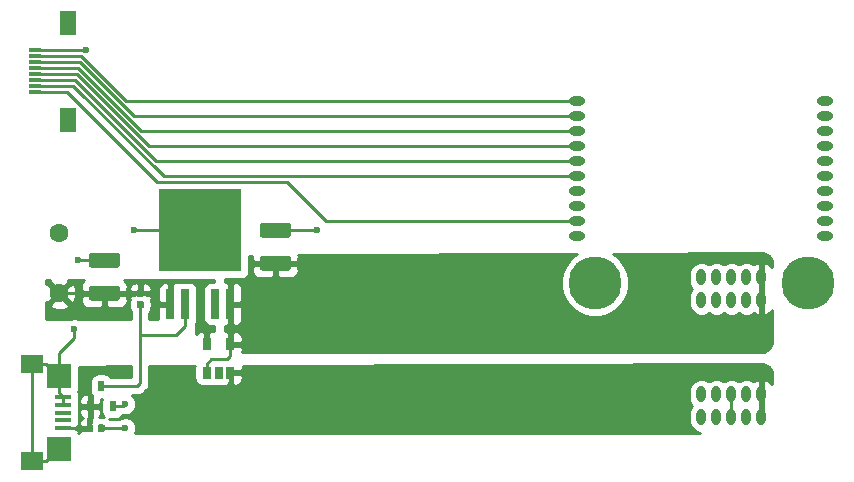
<source format=gbr>
G04 #@! TF.GenerationSoftware,KiCad,Pcbnew,(5.1.4)-1*
G04 #@! TF.CreationDate,2019-11-18T11:48:03+09:00*
G04 #@! TF.ProjectId,signaltowr_hikarikensyutu,7369676e-616c-4746-9f77-725f68696b61,rev?*
G04 #@! TF.SameCoordinates,Original*
G04 #@! TF.FileFunction,Copper,L1,Top*
G04 #@! TF.FilePolarity,Positive*
%FSLAX46Y46*%
G04 Gerber Fmt 4.6, Leading zero omitted, Abs format (unit mm)*
G04 Created by KiCad (PCBNEW (5.1.4)-1) date 2019-11-18 11:48:03*
%MOMM*%
%LPD*%
G04 APERTURE LIST*
%ADD10R,7.000000X7.000000*%
%ADD11R,0.760000X2.500000*%
%ADD12R,0.600000X0.900000*%
%ADD13R,1.350000X0.400000*%
%ADD14R,1.900000X1.600000*%
%ADD15R,2.000000X2.100000*%
%ADD16C,4.500000*%
%ADD17O,0.800000X1.400000*%
%ADD18O,1.400000X0.800000*%
%ADD19R,0.800000X1.000000*%
%ADD20R,0.700000X1.000000*%
%ADD21C,0.100000*%
%ADD22C,0.590000*%
%ADD23R,1.050000X0.350000*%
%ADD24R,1.350000X2.000000*%
%ADD25C,1.600000*%
%ADD26C,1.250000*%
%ADD27C,0.600000*%
%ADD28C,0.250000*%
%ADD29C,0.254000*%
G04 APERTURE END LIST*
D10*
X107188000Y-77470000D03*
D11*
X105918000Y-83720000D03*
X104648000Y-83720000D03*
X109728000Y-83720000D03*
X108458000Y-83720000D03*
D12*
X98806000Y-90678000D03*
X99756000Y-92378000D03*
X97856000Y-92378000D03*
D13*
X95575000Y-92262000D03*
X95575000Y-92912000D03*
X95575000Y-93562000D03*
X95575000Y-91612000D03*
D14*
X92900000Y-97012000D03*
D15*
X95250000Y-96012000D03*
D14*
X92900000Y-88812000D03*
D13*
X95575000Y-94212000D03*
D15*
X95250000Y-89812000D03*
D16*
X140606000Y-81923000D03*
X158606000Y-81923000D03*
D17*
X149606000Y-81463000D03*
X150876000Y-81463000D03*
X152146000Y-81463000D03*
X153416000Y-81463000D03*
X154686000Y-81463000D03*
X149606000Y-83383000D03*
X150876000Y-83383000D03*
X152146000Y-83383000D03*
X153416000Y-83383000D03*
X154686000Y-83383000D03*
D18*
X160091000Y-77978000D03*
X160091000Y-76708000D03*
X160091000Y-75438000D03*
X160091000Y-74168000D03*
X160091000Y-72898000D03*
X160091000Y-71628000D03*
X160091000Y-70358000D03*
X160091000Y-69088000D03*
X139121000Y-77978000D03*
X139121000Y-76708000D03*
X139121000Y-75438000D03*
X139121000Y-74168000D03*
X139121000Y-72898000D03*
X139121000Y-71628000D03*
X139121000Y-70358000D03*
X139121000Y-69088000D03*
X139121000Y-67818000D03*
X139121000Y-66548000D03*
X160091000Y-67818000D03*
X160091000Y-66548000D03*
D19*
X107728000Y-87122000D03*
X109728000Y-87122000D03*
X109728000Y-89522000D03*
X107728000Y-89522000D03*
D20*
X108728000Y-89522000D03*
D21*
G36*
X102294958Y-83479710D02*
G01*
X102309276Y-83481834D01*
X102323317Y-83485351D01*
X102336946Y-83490228D01*
X102350031Y-83496417D01*
X102362447Y-83503858D01*
X102374073Y-83512481D01*
X102384798Y-83522202D01*
X102394519Y-83532927D01*
X102403142Y-83544553D01*
X102410583Y-83556969D01*
X102416772Y-83570054D01*
X102421649Y-83583683D01*
X102425166Y-83597724D01*
X102427290Y-83612042D01*
X102428000Y-83626500D01*
X102428000Y-83921500D01*
X102427290Y-83935958D01*
X102425166Y-83950276D01*
X102421649Y-83964317D01*
X102416772Y-83977946D01*
X102410583Y-83991031D01*
X102403142Y-84003447D01*
X102394519Y-84015073D01*
X102384798Y-84025798D01*
X102374073Y-84035519D01*
X102362447Y-84044142D01*
X102350031Y-84051583D01*
X102336946Y-84057772D01*
X102323317Y-84062649D01*
X102309276Y-84066166D01*
X102294958Y-84068290D01*
X102280500Y-84069000D01*
X101935500Y-84069000D01*
X101921042Y-84068290D01*
X101906724Y-84066166D01*
X101892683Y-84062649D01*
X101879054Y-84057772D01*
X101865969Y-84051583D01*
X101853553Y-84044142D01*
X101841927Y-84035519D01*
X101831202Y-84025798D01*
X101821481Y-84015073D01*
X101812858Y-84003447D01*
X101805417Y-83991031D01*
X101799228Y-83977946D01*
X101794351Y-83964317D01*
X101790834Y-83950276D01*
X101788710Y-83935958D01*
X101788000Y-83921500D01*
X101788000Y-83626500D01*
X101788710Y-83612042D01*
X101790834Y-83597724D01*
X101794351Y-83583683D01*
X101799228Y-83570054D01*
X101805417Y-83556969D01*
X101812858Y-83544553D01*
X101821481Y-83532927D01*
X101831202Y-83522202D01*
X101841927Y-83512481D01*
X101853553Y-83503858D01*
X101865969Y-83496417D01*
X101879054Y-83490228D01*
X101892683Y-83485351D01*
X101906724Y-83481834D01*
X101921042Y-83479710D01*
X101935500Y-83479000D01*
X102280500Y-83479000D01*
X102294958Y-83479710D01*
X102294958Y-83479710D01*
G37*
D22*
X102108000Y-83774000D03*
D21*
G36*
X102294958Y-82509710D02*
G01*
X102309276Y-82511834D01*
X102323317Y-82515351D01*
X102336946Y-82520228D01*
X102350031Y-82526417D01*
X102362447Y-82533858D01*
X102374073Y-82542481D01*
X102384798Y-82552202D01*
X102394519Y-82562927D01*
X102403142Y-82574553D01*
X102410583Y-82586969D01*
X102416772Y-82600054D01*
X102421649Y-82613683D01*
X102425166Y-82627724D01*
X102427290Y-82642042D01*
X102428000Y-82656500D01*
X102428000Y-82951500D01*
X102427290Y-82965958D01*
X102425166Y-82980276D01*
X102421649Y-82994317D01*
X102416772Y-83007946D01*
X102410583Y-83021031D01*
X102403142Y-83033447D01*
X102394519Y-83045073D01*
X102384798Y-83055798D01*
X102374073Y-83065519D01*
X102362447Y-83074142D01*
X102350031Y-83081583D01*
X102336946Y-83087772D01*
X102323317Y-83092649D01*
X102309276Y-83096166D01*
X102294958Y-83098290D01*
X102280500Y-83099000D01*
X101935500Y-83099000D01*
X101921042Y-83098290D01*
X101906724Y-83096166D01*
X101892683Y-83092649D01*
X101879054Y-83087772D01*
X101865969Y-83081583D01*
X101853553Y-83074142D01*
X101841927Y-83065519D01*
X101831202Y-83055798D01*
X101821481Y-83045073D01*
X101812858Y-83033447D01*
X101805417Y-83021031D01*
X101799228Y-83007946D01*
X101794351Y-82994317D01*
X101790834Y-82980276D01*
X101788710Y-82965958D01*
X101788000Y-82951500D01*
X101788000Y-82656500D01*
X101788710Y-82642042D01*
X101790834Y-82627724D01*
X101794351Y-82613683D01*
X101799228Y-82600054D01*
X101805417Y-82586969D01*
X101812858Y-82574553D01*
X101821481Y-82562927D01*
X101831202Y-82552202D01*
X101841927Y-82542481D01*
X101853553Y-82533858D01*
X101865969Y-82526417D01*
X101879054Y-82520228D01*
X101892683Y-82515351D01*
X101906724Y-82511834D01*
X101921042Y-82509710D01*
X101935500Y-82509000D01*
X102280500Y-82509000D01*
X102294958Y-82509710D01*
X102294958Y-82509710D01*
G37*
D22*
X102108000Y-82804000D03*
D21*
G36*
X98967958Y-93914710D02*
G01*
X98982276Y-93916834D01*
X98996317Y-93920351D01*
X99009946Y-93925228D01*
X99023031Y-93931417D01*
X99035447Y-93938858D01*
X99047073Y-93947481D01*
X99057798Y-93957202D01*
X99067519Y-93967927D01*
X99076142Y-93979553D01*
X99083583Y-93991969D01*
X99089772Y-94005054D01*
X99094649Y-94018683D01*
X99098166Y-94032724D01*
X99100290Y-94047042D01*
X99101000Y-94061500D01*
X99101000Y-94406500D01*
X99100290Y-94420958D01*
X99098166Y-94435276D01*
X99094649Y-94449317D01*
X99089772Y-94462946D01*
X99083583Y-94476031D01*
X99076142Y-94488447D01*
X99067519Y-94500073D01*
X99057798Y-94510798D01*
X99047073Y-94520519D01*
X99035447Y-94529142D01*
X99023031Y-94536583D01*
X99009946Y-94542772D01*
X98996317Y-94547649D01*
X98982276Y-94551166D01*
X98967958Y-94553290D01*
X98953500Y-94554000D01*
X98658500Y-94554000D01*
X98644042Y-94553290D01*
X98629724Y-94551166D01*
X98615683Y-94547649D01*
X98602054Y-94542772D01*
X98588969Y-94536583D01*
X98576553Y-94529142D01*
X98564927Y-94520519D01*
X98554202Y-94510798D01*
X98544481Y-94500073D01*
X98535858Y-94488447D01*
X98528417Y-94476031D01*
X98522228Y-94462946D01*
X98517351Y-94449317D01*
X98513834Y-94435276D01*
X98511710Y-94420958D01*
X98511000Y-94406500D01*
X98511000Y-94061500D01*
X98511710Y-94047042D01*
X98513834Y-94032724D01*
X98517351Y-94018683D01*
X98522228Y-94005054D01*
X98528417Y-93991969D01*
X98535858Y-93979553D01*
X98544481Y-93967927D01*
X98554202Y-93957202D01*
X98564927Y-93947481D01*
X98576553Y-93938858D01*
X98588969Y-93931417D01*
X98602054Y-93925228D01*
X98615683Y-93920351D01*
X98629724Y-93916834D01*
X98644042Y-93914710D01*
X98658500Y-93914000D01*
X98953500Y-93914000D01*
X98967958Y-93914710D01*
X98967958Y-93914710D01*
G37*
D22*
X98806000Y-94234000D03*
D21*
G36*
X97997958Y-93914710D02*
G01*
X98012276Y-93916834D01*
X98026317Y-93920351D01*
X98039946Y-93925228D01*
X98053031Y-93931417D01*
X98065447Y-93938858D01*
X98077073Y-93947481D01*
X98087798Y-93957202D01*
X98097519Y-93967927D01*
X98106142Y-93979553D01*
X98113583Y-93991969D01*
X98119772Y-94005054D01*
X98124649Y-94018683D01*
X98128166Y-94032724D01*
X98130290Y-94047042D01*
X98131000Y-94061500D01*
X98131000Y-94406500D01*
X98130290Y-94420958D01*
X98128166Y-94435276D01*
X98124649Y-94449317D01*
X98119772Y-94462946D01*
X98113583Y-94476031D01*
X98106142Y-94488447D01*
X98097519Y-94500073D01*
X98087798Y-94510798D01*
X98077073Y-94520519D01*
X98065447Y-94529142D01*
X98053031Y-94536583D01*
X98039946Y-94542772D01*
X98026317Y-94547649D01*
X98012276Y-94551166D01*
X97997958Y-94553290D01*
X97983500Y-94554000D01*
X97688500Y-94554000D01*
X97674042Y-94553290D01*
X97659724Y-94551166D01*
X97645683Y-94547649D01*
X97632054Y-94542772D01*
X97618969Y-94536583D01*
X97606553Y-94529142D01*
X97594927Y-94520519D01*
X97584202Y-94510798D01*
X97574481Y-94500073D01*
X97565858Y-94488447D01*
X97558417Y-94476031D01*
X97552228Y-94462946D01*
X97547351Y-94449317D01*
X97543834Y-94435276D01*
X97541710Y-94420958D01*
X97541000Y-94406500D01*
X97541000Y-94061500D01*
X97541710Y-94047042D01*
X97543834Y-94032724D01*
X97547351Y-94018683D01*
X97552228Y-94005054D01*
X97558417Y-93991969D01*
X97565858Y-93979553D01*
X97574481Y-93967927D01*
X97584202Y-93957202D01*
X97594927Y-93947481D01*
X97606553Y-93938858D01*
X97618969Y-93931417D01*
X97632054Y-93925228D01*
X97645683Y-93920351D01*
X97659724Y-93916834D01*
X97674042Y-93914710D01*
X97688500Y-93914000D01*
X97983500Y-93914000D01*
X97997958Y-93914710D01*
X97997958Y-93914710D01*
G37*
D22*
X97836000Y-94234000D03*
D17*
X149606000Y-91369000D03*
X150876000Y-91369000D03*
X152146000Y-91369000D03*
X153416000Y-91369000D03*
X154686000Y-91369000D03*
X154686000Y-93289000D03*
X149606000Y-93289000D03*
X150876000Y-93289000D03*
X153416000Y-93289000D03*
X152146000Y-93289000D03*
D23*
X93218000Y-65746000D03*
X93218000Y-65246000D03*
X93218000Y-64746000D03*
X93218000Y-64246000D03*
X93218000Y-62246000D03*
X93218000Y-62746000D03*
X93218000Y-63246000D03*
X93218000Y-63746000D03*
D24*
X95968000Y-59896000D03*
X95968000Y-68096000D03*
D25*
X95250000Y-77724000D03*
X95250000Y-82804000D03*
D21*
G36*
X114637504Y-76840204D02*
G01*
X114661773Y-76843804D01*
X114685571Y-76849765D01*
X114708671Y-76858030D01*
X114730849Y-76868520D01*
X114751893Y-76881133D01*
X114771598Y-76895747D01*
X114789777Y-76912223D01*
X114806253Y-76930402D01*
X114820867Y-76950107D01*
X114833480Y-76971151D01*
X114843970Y-76993329D01*
X114852235Y-77016429D01*
X114858196Y-77040227D01*
X114861796Y-77064496D01*
X114863000Y-77089000D01*
X114863000Y-77839000D01*
X114861796Y-77863504D01*
X114858196Y-77887773D01*
X114852235Y-77911571D01*
X114843970Y-77934671D01*
X114833480Y-77956849D01*
X114820867Y-77977893D01*
X114806253Y-77997598D01*
X114789777Y-78015777D01*
X114771598Y-78032253D01*
X114751893Y-78046867D01*
X114730849Y-78059480D01*
X114708671Y-78069970D01*
X114685571Y-78078235D01*
X114661773Y-78084196D01*
X114637504Y-78087796D01*
X114613000Y-78089000D01*
X112463000Y-78089000D01*
X112438496Y-78087796D01*
X112414227Y-78084196D01*
X112390429Y-78078235D01*
X112367329Y-78069970D01*
X112345151Y-78059480D01*
X112324107Y-78046867D01*
X112304402Y-78032253D01*
X112286223Y-78015777D01*
X112269747Y-77997598D01*
X112255133Y-77977893D01*
X112242520Y-77956849D01*
X112232030Y-77934671D01*
X112223765Y-77911571D01*
X112217804Y-77887773D01*
X112214204Y-77863504D01*
X112213000Y-77839000D01*
X112213000Y-77089000D01*
X112214204Y-77064496D01*
X112217804Y-77040227D01*
X112223765Y-77016429D01*
X112232030Y-76993329D01*
X112242520Y-76971151D01*
X112255133Y-76950107D01*
X112269747Y-76930402D01*
X112286223Y-76912223D01*
X112304402Y-76895747D01*
X112324107Y-76881133D01*
X112345151Y-76868520D01*
X112367329Y-76858030D01*
X112390429Y-76849765D01*
X112414227Y-76843804D01*
X112438496Y-76840204D01*
X112463000Y-76839000D01*
X114613000Y-76839000D01*
X114637504Y-76840204D01*
X114637504Y-76840204D01*
G37*
D26*
X113538000Y-77464000D03*
D21*
G36*
X114637504Y-79640204D02*
G01*
X114661773Y-79643804D01*
X114685571Y-79649765D01*
X114708671Y-79658030D01*
X114730849Y-79668520D01*
X114751893Y-79681133D01*
X114771598Y-79695747D01*
X114789777Y-79712223D01*
X114806253Y-79730402D01*
X114820867Y-79750107D01*
X114833480Y-79771151D01*
X114843970Y-79793329D01*
X114852235Y-79816429D01*
X114858196Y-79840227D01*
X114861796Y-79864496D01*
X114863000Y-79889000D01*
X114863000Y-80639000D01*
X114861796Y-80663504D01*
X114858196Y-80687773D01*
X114852235Y-80711571D01*
X114843970Y-80734671D01*
X114833480Y-80756849D01*
X114820867Y-80777893D01*
X114806253Y-80797598D01*
X114789777Y-80815777D01*
X114771598Y-80832253D01*
X114751893Y-80846867D01*
X114730849Y-80859480D01*
X114708671Y-80869970D01*
X114685571Y-80878235D01*
X114661773Y-80884196D01*
X114637504Y-80887796D01*
X114613000Y-80889000D01*
X112463000Y-80889000D01*
X112438496Y-80887796D01*
X112414227Y-80884196D01*
X112390429Y-80878235D01*
X112367329Y-80869970D01*
X112345151Y-80859480D01*
X112324107Y-80846867D01*
X112304402Y-80832253D01*
X112286223Y-80815777D01*
X112269747Y-80797598D01*
X112255133Y-80777893D01*
X112242520Y-80756849D01*
X112232030Y-80734671D01*
X112223765Y-80711571D01*
X112217804Y-80687773D01*
X112214204Y-80663504D01*
X112213000Y-80639000D01*
X112213000Y-79889000D01*
X112214204Y-79864496D01*
X112217804Y-79840227D01*
X112223765Y-79816429D01*
X112232030Y-79793329D01*
X112242520Y-79771151D01*
X112255133Y-79750107D01*
X112269747Y-79730402D01*
X112286223Y-79712223D01*
X112304402Y-79695747D01*
X112324107Y-79681133D01*
X112345151Y-79668520D01*
X112367329Y-79658030D01*
X112390429Y-79649765D01*
X112414227Y-79643804D01*
X112438496Y-79640204D01*
X112463000Y-79639000D01*
X114613000Y-79639000D01*
X114637504Y-79640204D01*
X114637504Y-79640204D01*
G37*
D26*
X113538000Y-80264000D03*
D21*
G36*
X100159504Y-79380204D02*
G01*
X100183773Y-79383804D01*
X100207571Y-79389765D01*
X100230671Y-79398030D01*
X100252849Y-79408520D01*
X100273893Y-79421133D01*
X100293598Y-79435747D01*
X100311777Y-79452223D01*
X100328253Y-79470402D01*
X100342867Y-79490107D01*
X100355480Y-79511151D01*
X100365970Y-79533329D01*
X100374235Y-79556429D01*
X100380196Y-79580227D01*
X100383796Y-79604496D01*
X100385000Y-79629000D01*
X100385000Y-80379000D01*
X100383796Y-80403504D01*
X100380196Y-80427773D01*
X100374235Y-80451571D01*
X100365970Y-80474671D01*
X100355480Y-80496849D01*
X100342867Y-80517893D01*
X100328253Y-80537598D01*
X100311777Y-80555777D01*
X100293598Y-80572253D01*
X100273893Y-80586867D01*
X100252849Y-80599480D01*
X100230671Y-80609970D01*
X100207571Y-80618235D01*
X100183773Y-80624196D01*
X100159504Y-80627796D01*
X100135000Y-80629000D01*
X97985000Y-80629000D01*
X97960496Y-80627796D01*
X97936227Y-80624196D01*
X97912429Y-80618235D01*
X97889329Y-80609970D01*
X97867151Y-80599480D01*
X97846107Y-80586867D01*
X97826402Y-80572253D01*
X97808223Y-80555777D01*
X97791747Y-80537598D01*
X97777133Y-80517893D01*
X97764520Y-80496849D01*
X97754030Y-80474671D01*
X97745765Y-80451571D01*
X97739804Y-80427773D01*
X97736204Y-80403504D01*
X97735000Y-80379000D01*
X97735000Y-79629000D01*
X97736204Y-79604496D01*
X97739804Y-79580227D01*
X97745765Y-79556429D01*
X97754030Y-79533329D01*
X97764520Y-79511151D01*
X97777133Y-79490107D01*
X97791747Y-79470402D01*
X97808223Y-79452223D01*
X97826402Y-79435747D01*
X97846107Y-79421133D01*
X97867151Y-79408520D01*
X97889329Y-79398030D01*
X97912429Y-79389765D01*
X97936227Y-79383804D01*
X97960496Y-79380204D01*
X97985000Y-79379000D01*
X100135000Y-79379000D01*
X100159504Y-79380204D01*
X100159504Y-79380204D01*
G37*
D26*
X99060000Y-80004000D03*
D21*
G36*
X100159504Y-82180204D02*
G01*
X100183773Y-82183804D01*
X100207571Y-82189765D01*
X100230671Y-82198030D01*
X100252849Y-82208520D01*
X100273893Y-82221133D01*
X100293598Y-82235747D01*
X100311777Y-82252223D01*
X100328253Y-82270402D01*
X100342867Y-82290107D01*
X100355480Y-82311151D01*
X100365970Y-82333329D01*
X100374235Y-82356429D01*
X100380196Y-82380227D01*
X100383796Y-82404496D01*
X100385000Y-82429000D01*
X100385000Y-83179000D01*
X100383796Y-83203504D01*
X100380196Y-83227773D01*
X100374235Y-83251571D01*
X100365970Y-83274671D01*
X100355480Y-83296849D01*
X100342867Y-83317893D01*
X100328253Y-83337598D01*
X100311777Y-83355777D01*
X100293598Y-83372253D01*
X100273893Y-83386867D01*
X100252849Y-83399480D01*
X100230671Y-83409970D01*
X100207571Y-83418235D01*
X100183773Y-83424196D01*
X100159504Y-83427796D01*
X100135000Y-83429000D01*
X97985000Y-83429000D01*
X97960496Y-83427796D01*
X97936227Y-83424196D01*
X97912429Y-83418235D01*
X97889329Y-83409970D01*
X97867151Y-83399480D01*
X97846107Y-83386867D01*
X97826402Y-83372253D01*
X97808223Y-83355777D01*
X97791747Y-83337598D01*
X97777133Y-83317893D01*
X97764520Y-83296849D01*
X97754030Y-83274671D01*
X97745765Y-83251571D01*
X97739804Y-83227773D01*
X97736204Y-83203504D01*
X97735000Y-83179000D01*
X97735000Y-82429000D01*
X97736204Y-82404496D01*
X97739804Y-82380227D01*
X97745765Y-82356429D01*
X97754030Y-82333329D01*
X97764520Y-82311151D01*
X97777133Y-82290107D01*
X97791747Y-82270402D01*
X97808223Y-82252223D01*
X97826402Y-82235747D01*
X97846107Y-82221133D01*
X97867151Y-82208520D01*
X97889329Y-82198030D01*
X97912429Y-82189765D01*
X97936227Y-82183804D01*
X97960496Y-82180204D01*
X97985000Y-82179000D01*
X100135000Y-82179000D01*
X100159504Y-82180204D01*
X100159504Y-82180204D01*
G37*
D26*
X99060000Y-82804000D03*
D27*
X97536000Y-62230000D03*
X96520000Y-85852000D03*
X96819999Y-79964001D03*
X101600000Y-77470000D03*
X117094000Y-77470000D03*
X100838000Y-94234000D03*
X100838000Y-92202000D03*
D28*
X99060000Y-82804000D02*
X102108000Y-82804000D01*
X102108000Y-82804000D02*
X102870000Y-82804000D01*
X103786000Y-83720000D02*
X104648000Y-83720000D01*
X102870000Y-82804000D02*
X103786000Y-83720000D01*
X104648000Y-82220000D02*
X105080000Y-81788000D01*
X104648000Y-83720000D02*
X104648000Y-82220000D01*
X105080000Y-81788000D02*
X106934000Y-81788000D01*
X106934000Y-81788000D02*
X107188000Y-82042000D01*
X107188000Y-82042000D02*
X107188000Y-85598000D01*
X107728000Y-86138000D02*
X107728000Y-87122000D01*
X107188000Y-85598000D02*
X107728000Y-86138000D01*
X99060000Y-82804000D02*
X95250000Y-82804000D01*
X107728000Y-88772000D02*
X108108000Y-88392000D01*
X107728000Y-89522000D02*
X107728000Y-88772000D01*
X108108000Y-88392000D02*
X109474000Y-88392000D01*
X109728000Y-88138000D02*
X109728000Y-87122000D01*
X109474000Y-88392000D02*
X109728000Y-88138000D01*
X109728000Y-87122000D02*
X109728000Y-83720000D01*
X113538000Y-83058000D02*
X113538000Y-80264000D01*
X112876000Y-83720000D02*
X113538000Y-83058000D01*
X154686000Y-83058000D02*
X154686000Y-83438318D01*
X112676000Y-85244000D02*
X112676000Y-83720000D01*
X112676000Y-83720000D02*
X112876000Y-83720000D01*
X109728000Y-83720000D02*
X112676000Y-83720000D01*
X154686000Y-83058000D02*
X154686000Y-86106000D01*
X154686000Y-86106000D02*
X154178000Y-86614000D01*
X154178000Y-86614000D02*
X114046000Y-86614000D01*
X114046000Y-86614000D02*
X112676000Y-85244000D01*
X93218000Y-62246000D02*
X97520000Y-62246000D01*
X97520000Y-62246000D02*
X97536000Y-62230000D01*
X96859998Y-80004000D02*
X96819999Y-79964001D01*
X99060000Y-80004000D02*
X96859998Y-80004000D01*
X107188000Y-77470000D02*
X101600000Y-77470000D01*
X113538000Y-77464000D02*
X117088000Y-77464000D01*
X117088000Y-77464000D02*
X117094000Y-77470000D01*
X95100000Y-89812000D02*
X95250000Y-89812000D01*
X94100000Y-88812000D02*
X95100000Y-89812000D01*
X92900000Y-88812000D02*
X94100000Y-88812000D01*
X96520000Y-85852000D02*
X96520000Y-86614000D01*
X95250000Y-87884000D02*
X95250000Y-89812000D01*
X96520000Y-86614000D02*
X95250000Y-87884000D01*
X95250000Y-91287000D02*
X95575000Y-91612000D01*
X95250000Y-89812000D02*
X95250000Y-91287000D01*
X95575000Y-91612000D02*
X95575000Y-92262000D01*
X95100000Y-96012000D02*
X95250000Y-96012000D01*
X94100000Y-97012000D02*
X95100000Y-96012000D01*
X92900000Y-97012000D02*
X94100000Y-97012000D01*
X92900000Y-89862000D02*
X92900000Y-97012000D01*
X92900000Y-88812000D02*
X92900000Y-89862000D01*
X98806000Y-94234000D02*
X100838000Y-94234000D01*
X100662000Y-92378000D02*
X100838000Y-92202000D01*
X99756000Y-92378000D02*
X100662000Y-92378000D01*
X105918000Y-83720000D02*
X105918000Y-85598000D01*
X105156000Y-86360000D02*
X102108000Y-86360000D01*
X105918000Y-85598000D02*
X105156000Y-86360000D01*
X102108000Y-83774000D02*
X102108000Y-86360000D01*
X101854000Y-90678000D02*
X98806000Y-90678000D01*
X102108000Y-86360000D02*
X102108000Y-90424000D01*
X102108000Y-90424000D02*
X101854000Y-90678000D01*
X104096948Y-72898000D02*
X139446000Y-72898000D01*
X96444948Y-65246000D02*
X104096948Y-72898000D01*
X93218000Y-65246000D02*
X96444948Y-65246000D01*
X103463358Y-71628000D02*
X139446000Y-71628000D01*
X96581358Y-64746000D02*
X103463358Y-71628000D01*
X93218000Y-64746000D02*
X96581358Y-64746000D01*
X102829768Y-70358000D02*
X139446000Y-70358000D01*
X96717768Y-64246000D02*
X102829768Y-70358000D01*
X93218000Y-64246000D02*
X96717768Y-64246000D01*
X102196178Y-69088000D02*
X139446000Y-69088000D01*
X96854178Y-63746000D02*
X102196178Y-69088000D01*
X93218000Y-63746000D02*
X96854178Y-63746000D01*
X101562588Y-67818000D02*
X139446000Y-67818000D01*
X96990588Y-63246000D02*
X101562588Y-67818000D01*
X93218000Y-63246000D02*
X96990588Y-63246000D01*
X100928998Y-66548000D02*
X139446000Y-66548000D01*
X97126998Y-62746000D02*
X100928998Y-66548000D01*
X93218000Y-62746000D02*
X97126998Y-62746000D01*
X95878002Y-65746000D02*
X103538002Y-73406000D01*
X93218000Y-65746000D02*
X95878002Y-65746000D01*
X103538002Y-73406000D02*
X114554000Y-73406000D01*
X117856000Y-76708000D02*
X139446000Y-76708000D01*
X114554000Y-73406000D02*
X117856000Y-76708000D01*
X152146000Y-91694000D02*
X152146000Y-92964000D01*
X154686000Y-92964000D02*
X154686000Y-91694000D01*
X109728000Y-90678000D02*
X109728000Y-89522000D01*
X109474000Y-90932000D02*
X109728000Y-90678000D01*
X154686000Y-91694000D02*
X154686000Y-90170000D01*
X154038000Y-89522000D02*
X109728000Y-89522000D01*
X154686000Y-90170000D02*
X154038000Y-89522000D01*
X97836000Y-92398000D02*
X97856000Y-92378000D01*
X97836000Y-94234000D02*
X97836000Y-92398000D01*
X97814000Y-94212000D02*
X97836000Y-94234000D01*
X95575000Y-94212000D02*
X97814000Y-94212000D01*
D29*
G36*
X154868103Y-79397058D02*
G01*
X155032541Y-79446143D01*
X155184186Y-79526468D01*
X155317180Y-79634931D01*
X155426365Y-79767328D01*
X155507517Y-79918529D01*
X155557503Y-80082705D01*
X155575000Y-80259737D01*
X155575000Y-80623125D01*
X155476013Y-80482388D01*
X155328052Y-80341342D01*
X155155418Y-80231872D01*
X154972123Y-80168334D01*
X154813000Y-80296002D01*
X154813000Y-81336000D01*
X154833000Y-81336000D01*
X154833000Y-81590000D01*
X154813000Y-81590000D01*
X154813000Y-83256000D01*
X154833000Y-83256000D01*
X154833000Y-83510000D01*
X154813000Y-83510000D01*
X154813000Y-84549998D01*
X154972123Y-84677666D01*
X155155418Y-84614128D01*
X155328052Y-84504658D01*
X155476013Y-84363612D01*
X155575000Y-84222875D01*
X155575000Y-86877766D01*
X155557624Y-87054189D01*
X155507978Y-87217850D01*
X155427362Y-87368672D01*
X155318870Y-87500870D01*
X155186672Y-87609362D01*
X155035850Y-87689978D01*
X154872189Y-87739624D01*
X154695766Y-87757000D01*
X110782405Y-87757000D01*
X110777530Y-87757094D01*
X110750275Y-87758141D01*
X110753812Y-87746482D01*
X110766072Y-87622000D01*
X110763000Y-87407750D01*
X110604250Y-87249000D01*
X109855000Y-87249000D01*
X109855000Y-87269000D01*
X109601000Y-87269000D01*
X109601000Y-87249000D01*
X109581000Y-87249000D01*
X109581000Y-86995000D01*
X109601000Y-86995000D01*
X109601000Y-86145750D01*
X109855000Y-86145750D01*
X109855000Y-86995000D01*
X110604250Y-86995000D01*
X110763000Y-86836250D01*
X110766072Y-86622000D01*
X110753812Y-86497518D01*
X110717502Y-86377820D01*
X110658537Y-86267506D01*
X110579185Y-86170815D01*
X110482494Y-86091463D01*
X110372180Y-86032498D01*
X110252482Y-85996188D01*
X110128000Y-85983928D01*
X110013750Y-85987000D01*
X109855000Y-86145750D01*
X109601000Y-86145750D01*
X109442250Y-85987000D01*
X109328000Y-85983928D01*
X109250155Y-85991595D01*
X109256015Y-85599013D01*
X109348000Y-85608072D01*
X109442250Y-85605000D01*
X109601000Y-85446250D01*
X109601000Y-83847000D01*
X109855000Y-83847000D01*
X109855000Y-85446250D01*
X110013750Y-85605000D01*
X110108000Y-85608072D01*
X110232482Y-85595812D01*
X110352180Y-85559502D01*
X110462494Y-85500537D01*
X110559185Y-85421185D01*
X110638537Y-85324494D01*
X110697502Y-85214180D01*
X110733812Y-85094482D01*
X110746072Y-84970000D01*
X110743000Y-84005750D01*
X110584250Y-83847000D01*
X109855000Y-83847000D01*
X109601000Y-83847000D01*
X109581000Y-83847000D01*
X109581000Y-83593000D01*
X109601000Y-83593000D01*
X109601000Y-81993750D01*
X109855000Y-81993750D01*
X109855000Y-83593000D01*
X110584250Y-83593000D01*
X110743000Y-83434250D01*
X110746072Y-82470000D01*
X110733812Y-82345518D01*
X110697502Y-82225820D01*
X110638537Y-82115506D01*
X110559185Y-82018815D01*
X110462494Y-81939463D01*
X110352180Y-81880498D01*
X110232482Y-81844188D01*
X110108000Y-81831928D01*
X110013750Y-81835000D01*
X109855000Y-81993750D01*
X109601000Y-81993750D01*
X109442250Y-81835000D01*
X109348000Y-81831928D01*
X109312187Y-81835455D01*
X109315581Y-81608072D01*
X110688000Y-81608072D01*
X110812482Y-81595812D01*
X110932180Y-81559502D01*
X111042494Y-81500537D01*
X111139185Y-81421185D01*
X111218537Y-81324494D01*
X111277502Y-81214180D01*
X111313812Y-81094482D01*
X111326072Y-80970000D01*
X111326072Y-80889000D01*
X111574928Y-80889000D01*
X111587188Y-81013482D01*
X111623498Y-81133180D01*
X111682463Y-81243494D01*
X111761815Y-81340185D01*
X111858506Y-81419537D01*
X111968820Y-81478502D01*
X112088518Y-81514812D01*
X112213000Y-81527072D01*
X113252250Y-81524000D01*
X113411000Y-81365250D01*
X113411000Y-80391000D01*
X113665000Y-80391000D01*
X113665000Y-81365250D01*
X113823750Y-81524000D01*
X114863000Y-81527072D01*
X114987482Y-81514812D01*
X115107180Y-81478502D01*
X115217494Y-81419537D01*
X115314185Y-81340185D01*
X115393537Y-81243494D01*
X115452502Y-81133180D01*
X115488812Y-81013482D01*
X115501072Y-80889000D01*
X115498000Y-80549750D01*
X115339250Y-80391000D01*
X113665000Y-80391000D01*
X113411000Y-80391000D01*
X111736750Y-80391000D01*
X111578000Y-80549750D01*
X111574928Y-80889000D01*
X111326072Y-80889000D01*
X111326072Y-79617493D01*
X111577181Y-79616121D01*
X111574928Y-79639000D01*
X111578000Y-79978250D01*
X111736750Y-80137000D01*
X113411000Y-80137000D01*
X113411000Y-80117000D01*
X113665000Y-80117000D01*
X113665000Y-80137000D01*
X115339250Y-80137000D01*
X115498000Y-79978250D01*
X115501072Y-79639000D01*
X115496709Y-79594703D01*
X139090636Y-79465774D01*
X138766920Y-79682074D01*
X138365074Y-80083920D01*
X138049346Y-80556440D01*
X137831869Y-81081477D01*
X137721000Y-81638852D01*
X137721000Y-82207148D01*
X137831869Y-82764523D01*
X138049346Y-83289560D01*
X138365074Y-83762080D01*
X138766920Y-84163926D01*
X139239440Y-84479654D01*
X139764477Y-84697131D01*
X140321852Y-84808000D01*
X140890148Y-84808000D01*
X141447523Y-84697131D01*
X141972560Y-84479654D01*
X142445080Y-84163926D01*
X142846926Y-83762080D01*
X143162654Y-83289560D01*
X143380131Y-82764523D01*
X143491000Y-82207148D01*
X143491000Y-81638852D01*
X143386235Y-81112162D01*
X148571000Y-81112162D01*
X148571000Y-81813837D01*
X148585976Y-81965894D01*
X148645159Y-82160992D01*
X148741266Y-82340797D01*
X148808728Y-82423000D01*
X148741266Y-82505203D01*
X148645159Y-82685008D01*
X148585976Y-82880106D01*
X148571000Y-83032163D01*
X148571000Y-83733838D01*
X148585976Y-83885895D01*
X148645160Y-84080993D01*
X148741267Y-84260797D01*
X148870605Y-84418396D01*
X149028204Y-84547734D01*
X149208008Y-84643841D01*
X149403106Y-84703024D01*
X149606000Y-84723007D01*
X149808895Y-84703024D01*
X150003993Y-84643841D01*
X150183797Y-84547734D01*
X150241001Y-84500788D01*
X150298204Y-84547734D01*
X150478008Y-84643841D01*
X150673106Y-84703024D01*
X150876000Y-84723007D01*
X151078895Y-84703024D01*
X151273993Y-84643841D01*
X151453797Y-84547734D01*
X151511001Y-84500788D01*
X151568204Y-84547734D01*
X151748008Y-84643841D01*
X151943106Y-84703024D01*
X152146000Y-84723007D01*
X152348895Y-84703024D01*
X152543993Y-84643841D01*
X152723797Y-84547734D01*
X152781001Y-84500788D01*
X152838204Y-84547734D01*
X153018008Y-84643841D01*
X153213106Y-84703024D01*
X153416000Y-84723007D01*
X153618895Y-84703024D01*
X153813993Y-84643841D01*
X153993797Y-84547734D01*
X154045267Y-84505494D01*
X154216582Y-84614128D01*
X154399877Y-84677666D01*
X154559000Y-84549998D01*
X154559000Y-83510000D01*
X154539000Y-83510000D01*
X154539000Y-83256000D01*
X154559000Y-83256000D01*
X154559000Y-81590000D01*
X154539000Y-81590000D01*
X154539000Y-81336000D01*
X154559000Y-81336000D01*
X154559000Y-80296002D01*
X154399877Y-80168334D01*
X154216582Y-80231872D01*
X154045267Y-80340506D01*
X153993797Y-80298266D01*
X153813993Y-80202159D01*
X153618895Y-80142976D01*
X153416000Y-80122993D01*
X153213106Y-80142976D01*
X153018008Y-80202159D01*
X152838204Y-80298266D01*
X152781001Y-80345212D01*
X152723797Y-80298266D01*
X152543993Y-80202159D01*
X152348895Y-80142976D01*
X152146000Y-80122993D01*
X151943106Y-80142976D01*
X151748008Y-80202159D01*
X151568204Y-80298266D01*
X151511001Y-80345212D01*
X151453797Y-80298266D01*
X151273993Y-80202159D01*
X151078895Y-80142976D01*
X150876000Y-80122993D01*
X150673106Y-80142976D01*
X150478008Y-80202159D01*
X150298204Y-80298266D01*
X150241001Y-80345212D01*
X150183797Y-80298266D01*
X150003993Y-80202159D01*
X149808895Y-80142976D01*
X149606000Y-80122993D01*
X149403106Y-80142976D01*
X149208008Y-80202159D01*
X149028204Y-80298266D01*
X148870605Y-80427604D01*
X148741267Y-80585203D01*
X148645160Y-80765007D01*
X148585976Y-80960105D01*
X148571000Y-81112162D01*
X143386235Y-81112162D01*
X143380131Y-81081477D01*
X143162654Y-80556440D01*
X142846926Y-80083920D01*
X142445080Y-79682074D01*
X142096779Y-79449347D01*
X154690963Y-79380526D01*
X154868103Y-79397058D01*
X154868103Y-79397058D01*
G37*
X154868103Y-79397058D02*
X155032541Y-79446143D01*
X155184186Y-79526468D01*
X155317180Y-79634931D01*
X155426365Y-79767328D01*
X155507517Y-79918529D01*
X155557503Y-80082705D01*
X155575000Y-80259737D01*
X155575000Y-80623125D01*
X155476013Y-80482388D01*
X155328052Y-80341342D01*
X155155418Y-80231872D01*
X154972123Y-80168334D01*
X154813000Y-80296002D01*
X154813000Y-81336000D01*
X154833000Y-81336000D01*
X154833000Y-81590000D01*
X154813000Y-81590000D01*
X154813000Y-83256000D01*
X154833000Y-83256000D01*
X154833000Y-83510000D01*
X154813000Y-83510000D01*
X154813000Y-84549998D01*
X154972123Y-84677666D01*
X155155418Y-84614128D01*
X155328052Y-84504658D01*
X155476013Y-84363612D01*
X155575000Y-84222875D01*
X155575000Y-86877766D01*
X155557624Y-87054189D01*
X155507978Y-87217850D01*
X155427362Y-87368672D01*
X155318870Y-87500870D01*
X155186672Y-87609362D01*
X155035850Y-87689978D01*
X154872189Y-87739624D01*
X154695766Y-87757000D01*
X110782405Y-87757000D01*
X110777530Y-87757094D01*
X110750275Y-87758141D01*
X110753812Y-87746482D01*
X110766072Y-87622000D01*
X110763000Y-87407750D01*
X110604250Y-87249000D01*
X109855000Y-87249000D01*
X109855000Y-87269000D01*
X109601000Y-87269000D01*
X109601000Y-87249000D01*
X109581000Y-87249000D01*
X109581000Y-86995000D01*
X109601000Y-86995000D01*
X109601000Y-86145750D01*
X109855000Y-86145750D01*
X109855000Y-86995000D01*
X110604250Y-86995000D01*
X110763000Y-86836250D01*
X110766072Y-86622000D01*
X110753812Y-86497518D01*
X110717502Y-86377820D01*
X110658537Y-86267506D01*
X110579185Y-86170815D01*
X110482494Y-86091463D01*
X110372180Y-86032498D01*
X110252482Y-85996188D01*
X110128000Y-85983928D01*
X110013750Y-85987000D01*
X109855000Y-86145750D01*
X109601000Y-86145750D01*
X109442250Y-85987000D01*
X109328000Y-85983928D01*
X109250155Y-85991595D01*
X109256015Y-85599013D01*
X109348000Y-85608072D01*
X109442250Y-85605000D01*
X109601000Y-85446250D01*
X109601000Y-83847000D01*
X109855000Y-83847000D01*
X109855000Y-85446250D01*
X110013750Y-85605000D01*
X110108000Y-85608072D01*
X110232482Y-85595812D01*
X110352180Y-85559502D01*
X110462494Y-85500537D01*
X110559185Y-85421185D01*
X110638537Y-85324494D01*
X110697502Y-85214180D01*
X110733812Y-85094482D01*
X110746072Y-84970000D01*
X110743000Y-84005750D01*
X110584250Y-83847000D01*
X109855000Y-83847000D01*
X109601000Y-83847000D01*
X109581000Y-83847000D01*
X109581000Y-83593000D01*
X109601000Y-83593000D01*
X109601000Y-81993750D01*
X109855000Y-81993750D01*
X109855000Y-83593000D01*
X110584250Y-83593000D01*
X110743000Y-83434250D01*
X110746072Y-82470000D01*
X110733812Y-82345518D01*
X110697502Y-82225820D01*
X110638537Y-82115506D01*
X110559185Y-82018815D01*
X110462494Y-81939463D01*
X110352180Y-81880498D01*
X110232482Y-81844188D01*
X110108000Y-81831928D01*
X110013750Y-81835000D01*
X109855000Y-81993750D01*
X109601000Y-81993750D01*
X109442250Y-81835000D01*
X109348000Y-81831928D01*
X109312187Y-81835455D01*
X109315581Y-81608072D01*
X110688000Y-81608072D01*
X110812482Y-81595812D01*
X110932180Y-81559502D01*
X111042494Y-81500537D01*
X111139185Y-81421185D01*
X111218537Y-81324494D01*
X111277502Y-81214180D01*
X111313812Y-81094482D01*
X111326072Y-80970000D01*
X111326072Y-80889000D01*
X111574928Y-80889000D01*
X111587188Y-81013482D01*
X111623498Y-81133180D01*
X111682463Y-81243494D01*
X111761815Y-81340185D01*
X111858506Y-81419537D01*
X111968820Y-81478502D01*
X112088518Y-81514812D01*
X112213000Y-81527072D01*
X113252250Y-81524000D01*
X113411000Y-81365250D01*
X113411000Y-80391000D01*
X113665000Y-80391000D01*
X113665000Y-81365250D01*
X113823750Y-81524000D01*
X114863000Y-81527072D01*
X114987482Y-81514812D01*
X115107180Y-81478502D01*
X115217494Y-81419537D01*
X115314185Y-81340185D01*
X115393537Y-81243494D01*
X115452502Y-81133180D01*
X115488812Y-81013482D01*
X115501072Y-80889000D01*
X115498000Y-80549750D01*
X115339250Y-80391000D01*
X113665000Y-80391000D01*
X113411000Y-80391000D01*
X111736750Y-80391000D01*
X111578000Y-80549750D01*
X111574928Y-80889000D01*
X111326072Y-80889000D01*
X111326072Y-79617493D01*
X111577181Y-79616121D01*
X111574928Y-79639000D01*
X111578000Y-79978250D01*
X111736750Y-80137000D01*
X113411000Y-80137000D01*
X113411000Y-80117000D01*
X113665000Y-80117000D01*
X113665000Y-80137000D01*
X115339250Y-80137000D01*
X115498000Y-79978250D01*
X115501072Y-79639000D01*
X115496709Y-79594703D01*
X139090636Y-79465774D01*
X138766920Y-79682074D01*
X138365074Y-80083920D01*
X138049346Y-80556440D01*
X137831869Y-81081477D01*
X137721000Y-81638852D01*
X137721000Y-82207148D01*
X137831869Y-82764523D01*
X138049346Y-83289560D01*
X138365074Y-83762080D01*
X138766920Y-84163926D01*
X139239440Y-84479654D01*
X139764477Y-84697131D01*
X140321852Y-84808000D01*
X140890148Y-84808000D01*
X141447523Y-84697131D01*
X141972560Y-84479654D01*
X142445080Y-84163926D01*
X142846926Y-83762080D01*
X143162654Y-83289560D01*
X143380131Y-82764523D01*
X143491000Y-82207148D01*
X143491000Y-81638852D01*
X143386235Y-81112162D01*
X148571000Y-81112162D01*
X148571000Y-81813837D01*
X148585976Y-81965894D01*
X148645159Y-82160992D01*
X148741266Y-82340797D01*
X148808728Y-82423000D01*
X148741266Y-82505203D01*
X148645159Y-82685008D01*
X148585976Y-82880106D01*
X148571000Y-83032163D01*
X148571000Y-83733838D01*
X148585976Y-83885895D01*
X148645160Y-84080993D01*
X148741267Y-84260797D01*
X148870605Y-84418396D01*
X149028204Y-84547734D01*
X149208008Y-84643841D01*
X149403106Y-84703024D01*
X149606000Y-84723007D01*
X149808895Y-84703024D01*
X150003993Y-84643841D01*
X150183797Y-84547734D01*
X150241001Y-84500788D01*
X150298204Y-84547734D01*
X150478008Y-84643841D01*
X150673106Y-84703024D01*
X150876000Y-84723007D01*
X151078895Y-84703024D01*
X151273993Y-84643841D01*
X151453797Y-84547734D01*
X151511001Y-84500788D01*
X151568204Y-84547734D01*
X151748008Y-84643841D01*
X151943106Y-84703024D01*
X152146000Y-84723007D01*
X152348895Y-84703024D01*
X152543993Y-84643841D01*
X152723797Y-84547734D01*
X152781001Y-84500788D01*
X152838204Y-84547734D01*
X153018008Y-84643841D01*
X153213106Y-84703024D01*
X153416000Y-84723007D01*
X153618895Y-84703024D01*
X153813993Y-84643841D01*
X153993797Y-84547734D01*
X154045267Y-84505494D01*
X154216582Y-84614128D01*
X154399877Y-84677666D01*
X154559000Y-84549998D01*
X154559000Y-83510000D01*
X154539000Y-83510000D01*
X154539000Y-83256000D01*
X154559000Y-83256000D01*
X154559000Y-81590000D01*
X154539000Y-81590000D01*
X154539000Y-81336000D01*
X154559000Y-81336000D01*
X154559000Y-80296002D01*
X154399877Y-80168334D01*
X154216582Y-80231872D01*
X154045267Y-80340506D01*
X153993797Y-80298266D01*
X153813993Y-80202159D01*
X153618895Y-80142976D01*
X153416000Y-80122993D01*
X153213106Y-80142976D01*
X153018008Y-80202159D01*
X152838204Y-80298266D01*
X152781001Y-80345212D01*
X152723797Y-80298266D01*
X152543993Y-80202159D01*
X152348895Y-80142976D01*
X152146000Y-80122993D01*
X151943106Y-80142976D01*
X151748008Y-80202159D01*
X151568204Y-80298266D01*
X151511001Y-80345212D01*
X151453797Y-80298266D01*
X151273993Y-80202159D01*
X151078895Y-80142976D01*
X150876000Y-80122993D01*
X150673106Y-80142976D01*
X150478008Y-80202159D01*
X150298204Y-80298266D01*
X150241001Y-80345212D01*
X150183797Y-80298266D01*
X150003993Y-80202159D01*
X149808895Y-80142976D01*
X149606000Y-80122993D01*
X149403106Y-80142976D01*
X149208008Y-80202159D01*
X149028204Y-80298266D01*
X148870605Y-80427604D01*
X148741267Y-80585203D01*
X148645160Y-80765007D01*
X148585976Y-80960105D01*
X148571000Y-81112162D01*
X143386235Y-81112162D01*
X143380131Y-81081477D01*
X143162654Y-80556440D01*
X142846926Y-80083920D01*
X142445080Y-79682074D01*
X142096779Y-79449347D01*
X154690963Y-79380526D01*
X154868103Y-79397058D01*
G36*
X94436903Y-81811298D02*
G01*
X95250000Y-82624395D01*
X96063097Y-81811298D01*
X96018998Y-81661000D01*
X97365230Y-81661000D01*
X97283815Y-81727815D01*
X97204463Y-81824506D01*
X97145498Y-81934820D01*
X97109188Y-82054518D01*
X97096928Y-82179000D01*
X97100000Y-82518250D01*
X97258750Y-82677000D01*
X98933000Y-82677000D01*
X98933000Y-82657000D01*
X99187000Y-82657000D01*
X99187000Y-82677000D01*
X100861250Y-82677000D01*
X101020000Y-82518250D01*
X101020083Y-82509000D01*
X101149928Y-82509000D01*
X101153000Y-82518250D01*
X101311750Y-82677000D01*
X101981000Y-82677000D01*
X101981000Y-82032750D01*
X102235000Y-82032750D01*
X102235000Y-82677000D01*
X102904250Y-82677000D01*
X103063000Y-82518250D01*
X103066072Y-82509000D01*
X103062231Y-82470000D01*
X103629928Y-82470000D01*
X103633000Y-83434250D01*
X103791750Y-83593000D01*
X104521000Y-83593000D01*
X104521000Y-81993750D01*
X104362250Y-81835000D01*
X104268000Y-81831928D01*
X104143518Y-81844188D01*
X104023820Y-81880498D01*
X103913506Y-81939463D01*
X103816815Y-82018815D01*
X103737463Y-82115506D01*
X103678498Y-82225820D01*
X103642188Y-82345518D01*
X103629928Y-82470000D01*
X103062231Y-82470000D01*
X103053812Y-82384518D01*
X103017502Y-82264820D01*
X102958537Y-82154506D01*
X102879185Y-82057815D01*
X102782494Y-81978463D01*
X102672180Y-81919498D01*
X102552482Y-81883188D01*
X102428000Y-81870928D01*
X102393750Y-81874000D01*
X102235000Y-82032750D01*
X101981000Y-82032750D01*
X101822250Y-81874000D01*
X101788000Y-81870928D01*
X101663518Y-81883188D01*
X101543820Y-81919498D01*
X101433506Y-81978463D01*
X101336815Y-82057815D01*
X101257463Y-82154506D01*
X101198498Y-82264820D01*
X101162188Y-82384518D01*
X101149928Y-82509000D01*
X101020083Y-82509000D01*
X101023072Y-82179000D01*
X101010812Y-82054518D01*
X100974502Y-81934820D01*
X100915537Y-81824506D01*
X100836185Y-81727815D01*
X100754770Y-81661000D01*
X108331000Y-81661000D01*
X108331000Y-81831928D01*
X108078000Y-81831928D01*
X107953518Y-81844188D01*
X107833820Y-81880498D01*
X107723506Y-81939463D01*
X107626815Y-82018815D01*
X107547463Y-82115506D01*
X107488498Y-82225820D01*
X107452188Y-82345518D01*
X107439928Y-82470000D01*
X107439928Y-84970000D01*
X107452188Y-85094482D01*
X107488498Y-85214180D01*
X107547463Y-85324494D01*
X107626815Y-85421185D01*
X107723506Y-85500537D01*
X107833820Y-85559502D01*
X107953518Y-85595812D01*
X108078000Y-85608072D01*
X108331000Y-85608072D01*
X108331000Y-86020006D01*
X108252482Y-85996188D01*
X108128000Y-85983928D01*
X108013750Y-85987000D01*
X107855000Y-86145750D01*
X107855000Y-86995000D01*
X107875000Y-86995000D01*
X107875000Y-87249000D01*
X107855000Y-87249000D01*
X107855000Y-87269000D01*
X107601000Y-87269000D01*
X107601000Y-87249000D01*
X107581000Y-87249000D01*
X107581000Y-86995000D01*
X107601000Y-86995000D01*
X107601000Y-86145750D01*
X107442250Y-85987000D01*
X107328000Y-85983928D01*
X107203518Y-85996188D01*
X107083820Y-86032498D01*
X106973506Y-86091463D01*
X106876815Y-86170815D01*
X106807000Y-86255885D01*
X106807000Y-85350737D01*
X106828537Y-85324494D01*
X106887502Y-85214180D01*
X106923812Y-85094482D01*
X106936072Y-84970000D01*
X106936072Y-82470000D01*
X106923812Y-82345518D01*
X106887502Y-82225820D01*
X106828537Y-82115506D01*
X106749185Y-82018815D01*
X106652494Y-81939463D01*
X106542180Y-81880498D01*
X106422482Y-81844188D01*
X106298000Y-81831928D01*
X105538000Y-81831928D01*
X105413518Y-81844188D01*
X105293820Y-81880498D01*
X105283000Y-81886282D01*
X105272180Y-81880498D01*
X105152482Y-81844188D01*
X105028000Y-81831928D01*
X104933750Y-81835000D01*
X104775000Y-81993750D01*
X104775000Y-83593000D01*
X104795000Y-83593000D01*
X104795000Y-83847000D01*
X104775000Y-83847000D01*
X104775000Y-83867000D01*
X104521000Y-83867000D01*
X104521000Y-83847000D01*
X103791750Y-83847000D01*
X103633000Y-84005750D01*
X103629950Y-84963000D01*
X102868000Y-84963000D01*
X102868000Y-84437970D01*
X102933679Y-84357940D01*
X103006274Y-84222125D01*
X103050977Y-84074757D01*
X103066072Y-83921500D01*
X103066072Y-83626500D01*
X103050977Y-83473243D01*
X103013688Y-83350316D01*
X103017502Y-83343180D01*
X103053812Y-83223482D01*
X103066072Y-83099000D01*
X103063000Y-83089750D01*
X102904250Y-82931000D01*
X102637763Y-82931000D01*
X102581125Y-82900726D01*
X102433757Y-82856023D01*
X102280500Y-82840928D01*
X101935500Y-82840928D01*
X101782243Y-82856023D01*
X101634875Y-82900726D01*
X101578237Y-82931000D01*
X101311750Y-82931000D01*
X101153000Y-83089750D01*
X101149928Y-83099000D01*
X101162188Y-83223482D01*
X101198498Y-83343180D01*
X101202312Y-83350316D01*
X101165023Y-83473243D01*
X101149928Y-83626500D01*
X101149928Y-83921500D01*
X101165023Y-84074757D01*
X101209726Y-84222125D01*
X101282321Y-84357940D01*
X101348000Y-84437970D01*
X101348000Y-84963000D01*
X96817036Y-84963000D01*
X96792729Y-84952932D01*
X96612089Y-84917000D01*
X96427911Y-84917000D01*
X96247271Y-84952932D01*
X96222964Y-84963000D01*
X94107000Y-84963000D01*
X94107000Y-83796702D01*
X94436903Y-83796702D01*
X94508486Y-84040671D01*
X94763996Y-84161571D01*
X95038184Y-84230300D01*
X95320512Y-84244217D01*
X95600130Y-84202787D01*
X95866292Y-84107603D01*
X95991514Y-84040671D01*
X96063097Y-83796702D01*
X95250000Y-82983605D01*
X94436903Y-83796702D01*
X94107000Y-83796702D01*
X94107000Y-83572998D01*
X94257298Y-83617097D01*
X95070395Y-82804000D01*
X95429605Y-82804000D01*
X96242702Y-83617097D01*
X96486671Y-83545514D01*
X96541802Y-83429000D01*
X97096928Y-83429000D01*
X97109188Y-83553482D01*
X97145498Y-83673180D01*
X97204463Y-83783494D01*
X97283815Y-83880185D01*
X97380506Y-83959537D01*
X97490820Y-84018502D01*
X97610518Y-84054812D01*
X97735000Y-84067072D01*
X98774250Y-84064000D01*
X98933000Y-83905250D01*
X98933000Y-82931000D01*
X99187000Y-82931000D01*
X99187000Y-83905250D01*
X99345750Y-84064000D01*
X100385000Y-84067072D01*
X100509482Y-84054812D01*
X100629180Y-84018502D01*
X100739494Y-83959537D01*
X100836185Y-83880185D01*
X100915537Y-83783494D01*
X100974502Y-83673180D01*
X101010812Y-83553482D01*
X101023072Y-83429000D01*
X101020000Y-83089750D01*
X100861250Y-82931000D01*
X99187000Y-82931000D01*
X98933000Y-82931000D01*
X97258750Y-82931000D01*
X97100000Y-83089750D01*
X97096928Y-83429000D01*
X96541802Y-83429000D01*
X96607571Y-83290004D01*
X96676300Y-83015816D01*
X96690217Y-82733488D01*
X96648787Y-82453870D01*
X96553603Y-82187708D01*
X96486671Y-82062486D01*
X96242702Y-81990903D01*
X95429605Y-82804000D01*
X95070395Y-82804000D01*
X94257298Y-81990903D01*
X94107000Y-82035002D01*
X94107000Y-81661000D01*
X94481002Y-81661000D01*
X94436903Y-81811298D01*
X94436903Y-81811298D01*
G37*
X94436903Y-81811298D02*
X95250000Y-82624395D01*
X96063097Y-81811298D01*
X96018998Y-81661000D01*
X97365230Y-81661000D01*
X97283815Y-81727815D01*
X97204463Y-81824506D01*
X97145498Y-81934820D01*
X97109188Y-82054518D01*
X97096928Y-82179000D01*
X97100000Y-82518250D01*
X97258750Y-82677000D01*
X98933000Y-82677000D01*
X98933000Y-82657000D01*
X99187000Y-82657000D01*
X99187000Y-82677000D01*
X100861250Y-82677000D01*
X101020000Y-82518250D01*
X101020083Y-82509000D01*
X101149928Y-82509000D01*
X101153000Y-82518250D01*
X101311750Y-82677000D01*
X101981000Y-82677000D01*
X101981000Y-82032750D01*
X102235000Y-82032750D01*
X102235000Y-82677000D01*
X102904250Y-82677000D01*
X103063000Y-82518250D01*
X103066072Y-82509000D01*
X103062231Y-82470000D01*
X103629928Y-82470000D01*
X103633000Y-83434250D01*
X103791750Y-83593000D01*
X104521000Y-83593000D01*
X104521000Y-81993750D01*
X104362250Y-81835000D01*
X104268000Y-81831928D01*
X104143518Y-81844188D01*
X104023820Y-81880498D01*
X103913506Y-81939463D01*
X103816815Y-82018815D01*
X103737463Y-82115506D01*
X103678498Y-82225820D01*
X103642188Y-82345518D01*
X103629928Y-82470000D01*
X103062231Y-82470000D01*
X103053812Y-82384518D01*
X103017502Y-82264820D01*
X102958537Y-82154506D01*
X102879185Y-82057815D01*
X102782494Y-81978463D01*
X102672180Y-81919498D01*
X102552482Y-81883188D01*
X102428000Y-81870928D01*
X102393750Y-81874000D01*
X102235000Y-82032750D01*
X101981000Y-82032750D01*
X101822250Y-81874000D01*
X101788000Y-81870928D01*
X101663518Y-81883188D01*
X101543820Y-81919498D01*
X101433506Y-81978463D01*
X101336815Y-82057815D01*
X101257463Y-82154506D01*
X101198498Y-82264820D01*
X101162188Y-82384518D01*
X101149928Y-82509000D01*
X101020083Y-82509000D01*
X101023072Y-82179000D01*
X101010812Y-82054518D01*
X100974502Y-81934820D01*
X100915537Y-81824506D01*
X100836185Y-81727815D01*
X100754770Y-81661000D01*
X108331000Y-81661000D01*
X108331000Y-81831928D01*
X108078000Y-81831928D01*
X107953518Y-81844188D01*
X107833820Y-81880498D01*
X107723506Y-81939463D01*
X107626815Y-82018815D01*
X107547463Y-82115506D01*
X107488498Y-82225820D01*
X107452188Y-82345518D01*
X107439928Y-82470000D01*
X107439928Y-84970000D01*
X107452188Y-85094482D01*
X107488498Y-85214180D01*
X107547463Y-85324494D01*
X107626815Y-85421185D01*
X107723506Y-85500537D01*
X107833820Y-85559502D01*
X107953518Y-85595812D01*
X108078000Y-85608072D01*
X108331000Y-85608072D01*
X108331000Y-86020006D01*
X108252482Y-85996188D01*
X108128000Y-85983928D01*
X108013750Y-85987000D01*
X107855000Y-86145750D01*
X107855000Y-86995000D01*
X107875000Y-86995000D01*
X107875000Y-87249000D01*
X107855000Y-87249000D01*
X107855000Y-87269000D01*
X107601000Y-87269000D01*
X107601000Y-87249000D01*
X107581000Y-87249000D01*
X107581000Y-86995000D01*
X107601000Y-86995000D01*
X107601000Y-86145750D01*
X107442250Y-85987000D01*
X107328000Y-85983928D01*
X107203518Y-85996188D01*
X107083820Y-86032498D01*
X106973506Y-86091463D01*
X106876815Y-86170815D01*
X106807000Y-86255885D01*
X106807000Y-85350737D01*
X106828537Y-85324494D01*
X106887502Y-85214180D01*
X106923812Y-85094482D01*
X106936072Y-84970000D01*
X106936072Y-82470000D01*
X106923812Y-82345518D01*
X106887502Y-82225820D01*
X106828537Y-82115506D01*
X106749185Y-82018815D01*
X106652494Y-81939463D01*
X106542180Y-81880498D01*
X106422482Y-81844188D01*
X106298000Y-81831928D01*
X105538000Y-81831928D01*
X105413518Y-81844188D01*
X105293820Y-81880498D01*
X105283000Y-81886282D01*
X105272180Y-81880498D01*
X105152482Y-81844188D01*
X105028000Y-81831928D01*
X104933750Y-81835000D01*
X104775000Y-81993750D01*
X104775000Y-83593000D01*
X104795000Y-83593000D01*
X104795000Y-83847000D01*
X104775000Y-83847000D01*
X104775000Y-83867000D01*
X104521000Y-83867000D01*
X104521000Y-83847000D01*
X103791750Y-83847000D01*
X103633000Y-84005750D01*
X103629950Y-84963000D01*
X102868000Y-84963000D01*
X102868000Y-84437970D01*
X102933679Y-84357940D01*
X103006274Y-84222125D01*
X103050977Y-84074757D01*
X103066072Y-83921500D01*
X103066072Y-83626500D01*
X103050977Y-83473243D01*
X103013688Y-83350316D01*
X103017502Y-83343180D01*
X103053812Y-83223482D01*
X103066072Y-83099000D01*
X103063000Y-83089750D01*
X102904250Y-82931000D01*
X102637763Y-82931000D01*
X102581125Y-82900726D01*
X102433757Y-82856023D01*
X102280500Y-82840928D01*
X101935500Y-82840928D01*
X101782243Y-82856023D01*
X101634875Y-82900726D01*
X101578237Y-82931000D01*
X101311750Y-82931000D01*
X101153000Y-83089750D01*
X101149928Y-83099000D01*
X101162188Y-83223482D01*
X101198498Y-83343180D01*
X101202312Y-83350316D01*
X101165023Y-83473243D01*
X101149928Y-83626500D01*
X101149928Y-83921500D01*
X101165023Y-84074757D01*
X101209726Y-84222125D01*
X101282321Y-84357940D01*
X101348000Y-84437970D01*
X101348000Y-84963000D01*
X96817036Y-84963000D01*
X96792729Y-84952932D01*
X96612089Y-84917000D01*
X96427911Y-84917000D01*
X96247271Y-84952932D01*
X96222964Y-84963000D01*
X94107000Y-84963000D01*
X94107000Y-83796702D01*
X94436903Y-83796702D01*
X94508486Y-84040671D01*
X94763996Y-84161571D01*
X95038184Y-84230300D01*
X95320512Y-84244217D01*
X95600130Y-84202787D01*
X95866292Y-84107603D01*
X95991514Y-84040671D01*
X96063097Y-83796702D01*
X95250000Y-82983605D01*
X94436903Y-83796702D01*
X94107000Y-83796702D01*
X94107000Y-83572998D01*
X94257298Y-83617097D01*
X95070395Y-82804000D01*
X95429605Y-82804000D01*
X96242702Y-83617097D01*
X96486671Y-83545514D01*
X96541802Y-83429000D01*
X97096928Y-83429000D01*
X97109188Y-83553482D01*
X97145498Y-83673180D01*
X97204463Y-83783494D01*
X97283815Y-83880185D01*
X97380506Y-83959537D01*
X97490820Y-84018502D01*
X97610518Y-84054812D01*
X97735000Y-84067072D01*
X98774250Y-84064000D01*
X98933000Y-83905250D01*
X98933000Y-82931000D01*
X99187000Y-82931000D01*
X99187000Y-83905250D01*
X99345750Y-84064000D01*
X100385000Y-84067072D01*
X100509482Y-84054812D01*
X100629180Y-84018502D01*
X100739494Y-83959537D01*
X100836185Y-83880185D01*
X100915537Y-83783494D01*
X100974502Y-83673180D01*
X101010812Y-83553482D01*
X101023072Y-83429000D01*
X101020000Y-83089750D01*
X100861250Y-82931000D01*
X99187000Y-82931000D01*
X98933000Y-82931000D01*
X97258750Y-82931000D01*
X97100000Y-83089750D01*
X97096928Y-83429000D01*
X96541802Y-83429000D01*
X96607571Y-83290004D01*
X96676300Y-83015816D01*
X96690217Y-82733488D01*
X96648787Y-82453870D01*
X96553603Y-82187708D01*
X96486671Y-82062486D01*
X96242702Y-81990903D01*
X95429605Y-82804000D01*
X95070395Y-82804000D01*
X94257298Y-81990903D01*
X94107000Y-82035002D01*
X94107000Y-81661000D01*
X94481002Y-81661000D01*
X94436903Y-81811298D01*
G36*
X154869114Y-88793897D02*
G01*
X155033356Y-88843120D01*
X155184802Y-88923520D01*
X155317598Y-89031989D01*
X155426609Y-89164334D01*
X155507632Y-89315448D01*
X155557533Y-89479492D01*
X155575000Y-89656377D01*
X155575000Y-90529125D01*
X155476013Y-90388388D01*
X155328052Y-90247342D01*
X155155418Y-90137872D01*
X154972123Y-90074334D01*
X154813000Y-90202002D01*
X154813000Y-91242000D01*
X154833000Y-91242000D01*
X154833000Y-91496000D01*
X154813000Y-91496000D01*
X154813000Y-93162000D01*
X154833000Y-93162000D01*
X154833000Y-93416000D01*
X154813000Y-93416000D01*
X154813000Y-93436000D01*
X154559000Y-93436000D01*
X154559000Y-93416000D01*
X154539000Y-93416000D01*
X154539000Y-93162000D01*
X154559000Y-93162000D01*
X154559000Y-91496000D01*
X154539000Y-91496000D01*
X154539000Y-91242000D01*
X154559000Y-91242000D01*
X154559000Y-90202002D01*
X154399877Y-90074334D01*
X154216582Y-90137872D01*
X154045267Y-90246506D01*
X153993797Y-90204266D01*
X153813992Y-90108159D01*
X153618894Y-90048976D01*
X153416000Y-90028993D01*
X153213105Y-90048976D01*
X153018007Y-90108159D01*
X152838203Y-90204266D01*
X152781000Y-90251211D01*
X152723797Y-90204266D01*
X152543992Y-90108159D01*
X152348894Y-90048976D01*
X152146000Y-90028993D01*
X151943105Y-90048976D01*
X151748007Y-90108159D01*
X151568203Y-90204266D01*
X151511000Y-90251211D01*
X151453797Y-90204266D01*
X151273992Y-90108159D01*
X151078894Y-90048976D01*
X150876000Y-90028993D01*
X150673105Y-90048976D01*
X150478007Y-90108159D01*
X150298203Y-90204266D01*
X150241000Y-90251211D01*
X150183797Y-90204266D01*
X150003992Y-90108159D01*
X149808894Y-90048976D01*
X149606000Y-90028993D01*
X149403105Y-90048976D01*
X149208007Y-90108159D01*
X149028203Y-90204266D01*
X148870604Y-90333604D01*
X148741266Y-90491203D01*
X148645159Y-90671008D01*
X148585976Y-90866106D01*
X148571000Y-91018163D01*
X148571000Y-91719838D01*
X148585976Y-91871895D01*
X148645160Y-92066993D01*
X148741267Y-92246797D01*
X148808729Y-92329000D01*
X148741267Y-92411203D01*
X148645160Y-92591007D01*
X148585976Y-92786105D01*
X148571000Y-92938162D01*
X148571000Y-93639837D01*
X148585976Y-93791894D01*
X148645159Y-93986992D01*
X148741266Y-94166797D01*
X148870604Y-94324396D01*
X149028203Y-94453734D01*
X149208007Y-94549841D01*
X149403105Y-94609024D01*
X149463782Y-94615000D01*
X101692221Y-94615000D01*
X101737068Y-94506729D01*
X101773000Y-94326089D01*
X101773000Y-94141911D01*
X101737068Y-93961271D01*
X101666586Y-93791111D01*
X101564262Y-93637972D01*
X101434028Y-93507738D01*
X101280889Y-93405414D01*
X101110729Y-93334932D01*
X100930089Y-93299000D01*
X100745911Y-93299000D01*
X100565271Y-93334932D01*
X100395111Y-93405414D01*
X100292465Y-93474000D01*
X99469970Y-93474000D01*
X99460310Y-93466072D01*
X100056000Y-93466072D01*
X100180482Y-93453812D01*
X100300180Y-93417502D01*
X100410494Y-93358537D01*
X100507185Y-93279185D01*
X100586537Y-93182494D01*
X100610320Y-93138000D01*
X100624678Y-93138000D01*
X100662000Y-93141676D01*
X100699322Y-93138000D01*
X100699333Y-93138000D01*
X100733848Y-93134601D01*
X100745911Y-93137000D01*
X100930089Y-93137000D01*
X101110729Y-93101068D01*
X101280889Y-93030586D01*
X101434028Y-92928262D01*
X101564262Y-92798028D01*
X101666586Y-92644889D01*
X101737068Y-92474729D01*
X101773000Y-92294089D01*
X101773000Y-92109911D01*
X101737068Y-91929271D01*
X101666586Y-91759111D01*
X101564262Y-91605972D01*
X101434028Y-91475738D01*
X101377549Y-91438000D01*
X101816678Y-91438000D01*
X101854000Y-91441676D01*
X101891322Y-91438000D01*
X101891333Y-91438000D01*
X102002986Y-91427003D01*
X102146247Y-91383546D01*
X102278276Y-91312974D01*
X102394001Y-91218001D01*
X102417804Y-91188997D01*
X102618997Y-90987804D01*
X102648001Y-90964001D01*
X102742974Y-90848276D01*
X102813546Y-90716247D01*
X102857003Y-90572986D01*
X102868000Y-90461333D01*
X102868000Y-90461324D01*
X102871676Y-90424001D01*
X102868000Y-90386678D01*
X102868000Y-88990425D01*
X106694589Y-88974678D01*
X106689928Y-89022000D01*
X106689928Y-90022000D01*
X106702188Y-90146482D01*
X106738498Y-90266180D01*
X106797463Y-90376494D01*
X106876815Y-90473185D01*
X106973506Y-90552537D01*
X107083820Y-90611502D01*
X107203518Y-90647812D01*
X107328000Y-90660072D01*
X108128000Y-90660072D01*
X108252482Y-90647812D01*
X108253000Y-90647655D01*
X108253518Y-90647812D01*
X108378000Y-90660072D01*
X109078000Y-90660072D01*
X109202482Y-90647812D01*
X109203000Y-90647655D01*
X109203518Y-90647812D01*
X109328000Y-90660072D01*
X109442250Y-90657000D01*
X109601000Y-90498250D01*
X109601000Y-90385678D01*
X109608537Y-90376494D01*
X109667502Y-90266180D01*
X109703812Y-90146482D01*
X109716072Y-90022000D01*
X109716072Y-89649000D01*
X109855000Y-89649000D01*
X109855000Y-90498250D01*
X110013750Y-90657000D01*
X110128000Y-90660072D01*
X110252482Y-90647812D01*
X110372180Y-90611502D01*
X110482494Y-90552537D01*
X110579185Y-90473185D01*
X110658537Y-90376494D01*
X110717502Y-90266180D01*
X110753812Y-90146482D01*
X110766072Y-90022000D01*
X110763000Y-89807750D01*
X110604250Y-89649000D01*
X109855000Y-89649000D01*
X109716072Y-89649000D01*
X109716072Y-89375000D01*
X109855000Y-89375000D01*
X109855000Y-89395000D01*
X110604250Y-89395000D01*
X110763000Y-89236250D01*
X110766072Y-89022000D01*
X110759764Y-88957949D01*
X154692149Y-88777157D01*
X154869114Y-88793897D01*
X154869114Y-88793897D01*
G37*
X154869114Y-88793897D02*
X155033356Y-88843120D01*
X155184802Y-88923520D01*
X155317598Y-89031989D01*
X155426609Y-89164334D01*
X155507632Y-89315448D01*
X155557533Y-89479492D01*
X155575000Y-89656377D01*
X155575000Y-90529125D01*
X155476013Y-90388388D01*
X155328052Y-90247342D01*
X155155418Y-90137872D01*
X154972123Y-90074334D01*
X154813000Y-90202002D01*
X154813000Y-91242000D01*
X154833000Y-91242000D01*
X154833000Y-91496000D01*
X154813000Y-91496000D01*
X154813000Y-93162000D01*
X154833000Y-93162000D01*
X154833000Y-93416000D01*
X154813000Y-93416000D01*
X154813000Y-93436000D01*
X154559000Y-93436000D01*
X154559000Y-93416000D01*
X154539000Y-93416000D01*
X154539000Y-93162000D01*
X154559000Y-93162000D01*
X154559000Y-91496000D01*
X154539000Y-91496000D01*
X154539000Y-91242000D01*
X154559000Y-91242000D01*
X154559000Y-90202002D01*
X154399877Y-90074334D01*
X154216582Y-90137872D01*
X154045267Y-90246506D01*
X153993797Y-90204266D01*
X153813992Y-90108159D01*
X153618894Y-90048976D01*
X153416000Y-90028993D01*
X153213105Y-90048976D01*
X153018007Y-90108159D01*
X152838203Y-90204266D01*
X152781000Y-90251211D01*
X152723797Y-90204266D01*
X152543992Y-90108159D01*
X152348894Y-90048976D01*
X152146000Y-90028993D01*
X151943105Y-90048976D01*
X151748007Y-90108159D01*
X151568203Y-90204266D01*
X151511000Y-90251211D01*
X151453797Y-90204266D01*
X151273992Y-90108159D01*
X151078894Y-90048976D01*
X150876000Y-90028993D01*
X150673105Y-90048976D01*
X150478007Y-90108159D01*
X150298203Y-90204266D01*
X150241000Y-90251211D01*
X150183797Y-90204266D01*
X150003992Y-90108159D01*
X149808894Y-90048976D01*
X149606000Y-90028993D01*
X149403105Y-90048976D01*
X149208007Y-90108159D01*
X149028203Y-90204266D01*
X148870604Y-90333604D01*
X148741266Y-90491203D01*
X148645159Y-90671008D01*
X148585976Y-90866106D01*
X148571000Y-91018163D01*
X148571000Y-91719838D01*
X148585976Y-91871895D01*
X148645160Y-92066993D01*
X148741267Y-92246797D01*
X148808729Y-92329000D01*
X148741267Y-92411203D01*
X148645160Y-92591007D01*
X148585976Y-92786105D01*
X148571000Y-92938162D01*
X148571000Y-93639837D01*
X148585976Y-93791894D01*
X148645159Y-93986992D01*
X148741266Y-94166797D01*
X148870604Y-94324396D01*
X149028203Y-94453734D01*
X149208007Y-94549841D01*
X149403105Y-94609024D01*
X149463782Y-94615000D01*
X101692221Y-94615000D01*
X101737068Y-94506729D01*
X101773000Y-94326089D01*
X101773000Y-94141911D01*
X101737068Y-93961271D01*
X101666586Y-93791111D01*
X101564262Y-93637972D01*
X101434028Y-93507738D01*
X101280889Y-93405414D01*
X101110729Y-93334932D01*
X100930089Y-93299000D01*
X100745911Y-93299000D01*
X100565271Y-93334932D01*
X100395111Y-93405414D01*
X100292465Y-93474000D01*
X99469970Y-93474000D01*
X99460310Y-93466072D01*
X100056000Y-93466072D01*
X100180482Y-93453812D01*
X100300180Y-93417502D01*
X100410494Y-93358537D01*
X100507185Y-93279185D01*
X100586537Y-93182494D01*
X100610320Y-93138000D01*
X100624678Y-93138000D01*
X100662000Y-93141676D01*
X100699322Y-93138000D01*
X100699333Y-93138000D01*
X100733848Y-93134601D01*
X100745911Y-93137000D01*
X100930089Y-93137000D01*
X101110729Y-93101068D01*
X101280889Y-93030586D01*
X101434028Y-92928262D01*
X101564262Y-92798028D01*
X101666586Y-92644889D01*
X101737068Y-92474729D01*
X101773000Y-92294089D01*
X101773000Y-92109911D01*
X101737068Y-91929271D01*
X101666586Y-91759111D01*
X101564262Y-91605972D01*
X101434028Y-91475738D01*
X101377549Y-91438000D01*
X101816678Y-91438000D01*
X101854000Y-91441676D01*
X101891322Y-91438000D01*
X101891333Y-91438000D01*
X102002986Y-91427003D01*
X102146247Y-91383546D01*
X102278276Y-91312974D01*
X102394001Y-91218001D01*
X102417804Y-91188997D01*
X102618997Y-90987804D01*
X102648001Y-90964001D01*
X102742974Y-90848276D01*
X102813546Y-90716247D01*
X102857003Y-90572986D01*
X102868000Y-90461333D01*
X102868000Y-90461324D01*
X102871676Y-90424001D01*
X102868000Y-90386678D01*
X102868000Y-88990425D01*
X106694589Y-88974678D01*
X106689928Y-89022000D01*
X106689928Y-90022000D01*
X106702188Y-90146482D01*
X106738498Y-90266180D01*
X106797463Y-90376494D01*
X106876815Y-90473185D01*
X106973506Y-90552537D01*
X107083820Y-90611502D01*
X107203518Y-90647812D01*
X107328000Y-90660072D01*
X108128000Y-90660072D01*
X108252482Y-90647812D01*
X108253000Y-90647655D01*
X108253518Y-90647812D01*
X108378000Y-90660072D01*
X109078000Y-90660072D01*
X109202482Y-90647812D01*
X109203000Y-90647655D01*
X109203518Y-90647812D01*
X109328000Y-90660072D01*
X109442250Y-90657000D01*
X109601000Y-90498250D01*
X109601000Y-90385678D01*
X109608537Y-90376494D01*
X109667502Y-90266180D01*
X109703812Y-90146482D01*
X109716072Y-90022000D01*
X109716072Y-89649000D01*
X109855000Y-89649000D01*
X109855000Y-90498250D01*
X110013750Y-90657000D01*
X110128000Y-90660072D01*
X110252482Y-90647812D01*
X110372180Y-90611502D01*
X110482494Y-90552537D01*
X110579185Y-90473185D01*
X110658537Y-90376494D01*
X110717502Y-90266180D01*
X110753812Y-90146482D01*
X110766072Y-90022000D01*
X110763000Y-89807750D01*
X110604250Y-89649000D01*
X109855000Y-89649000D01*
X109716072Y-89649000D01*
X109716072Y-89375000D01*
X109855000Y-89375000D01*
X109855000Y-89395000D01*
X110604250Y-89395000D01*
X110763000Y-89236250D01*
X110766072Y-89022000D01*
X110759764Y-88957949D01*
X154692149Y-88777157D01*
X154869114Y-88793897D01*
G36*
X101348001Y-89918000D02*
G01*
X99660320Y-89918000D01*
X99636537Y-89873506D01*
X99557185Y-89776815D01*
X99460494Y-89697463D01*
X99350180Y-89638498D01*
X99230482Y-89602188D01*
X99106000Y-89589928D01*
X98506000Y-89589928D01*
X98381518Y-89602188D01*
X98261820Y-89638498D01*
X98151506Y-89697463D01*
X98054815Y-89776815D01*
X97975463Y-89873506D01*
X97916498Y-89983820D01*
X97880188Y-90103518D01*
X97867928Y-90228000D01*
X97867928Y-91128000D01*
X97880188Y-91252482D01*
X97916498Y-91372180D01*
X97975463Y-91482494D01*
X97983000Y-91491678D01*
X97983000Y-92251000D01*
X98632250Y-92251000D01*
X98791000Y-92092250D01*
X98794072Y-91928000D01*
X98781812Y-91803518D01*
X98770453Y-91766072D01*
X98841547Y-91766072D01*
X98830188Y-91803518D01*
X98817928Y-91928000D01*
X98817928Y-92828000D01*
X98830188Y-92952482D01*
X98866498Y-93072180D01*
X98925463Y-93182494D01*
X99004815Y-93279185D01*
X99007304Y-93281227D01*
X98953500Y-93275928D01*
X98658500Y-93275928D01*
X98604696Y-93281227D01*
X98607185Y-93279185D01*
X98686537Y-93182494D01*
X98745502Y-93072180D01*
X98781812Y-92952482D01*
X98794072Y-92828000D01*
X98791000Y-92663750D01*
X98632250Y-92505000D01*
X97983000Y-92505000D01*
X97983000Y-93304250D01*
X98039750Y-93361000D01*
X97963000Y-93437750D01*
X97963000Y-93704237D01*
X97932726Y-93760875D01*
X97888023Y-93908243D01*
X97872928Y-94061500D01*
X97872928Y-94381000D01*
X97709000Y-94381000D01*
X97709000Y-94361000D01*
X97064750Y-94361000D01*
X96906000Y-94519750D01*
X96902928Y-94554000D01*
X96908936Y-94615000D01*
X96851751Y-94615000D01*
X96873741Y-94546474D01*
X96885000Y-94443750D01*
X96726250Y-94285000D01*
X96613678Y-94285000D01*
X96701185Y-94213185D01*
X96780537Y-94116494D01*
X96817032Y-94048218D01*
X96885000Y-93980250D01*
X96877739Y-93914000D01*
X96902928Y-93914000D01*
X96906000Y-93948250D01*
X97064750Y-94107000D01*
X97709000Y-94107000D01*
X97709000Y-93437750D01*
X97652250Y-93381000D01*
X97729000Y-93304250D01*
X97729000Y-92505000D01*
X97079750Y-92505000D01*
X96921000Y-92663750D01*
X96917928Y-92828000D01*
X96930188Y-92952482D01*
X96966498Y-93072180D01*
X97025463Y-93182494D01*
X97104815Y-93279185D01*
X97201506Y-93358537D01*
X97217322Y-93366991D01*
X97186506Y-93383463D01*
X97089815Y-93462815D01*
X97010463Y-93559506D01*
X96951498Y-93669820D01*
X96915188Y-93789518D01*
X96902928Y-93914000D01*
X96877739Y-93914000D01*
X96875012Y-93889120D01*
X96875812Y-93886482D01*
X96888072Y-93762000D01*
X96888072Y-93362000D01*
X96875812Y-93237518D01*
X96875655Y-93237000D01*
X96875812Y-93236482D01*
X96888072Y-93112000D01*
X96888072Y-92712000D01*
X96875812Y-92587518D01*
X96875655Y-92587000D01*
X96875812Y-92586482D01*
X96888072Y-92462000D01*
X96888072Y-92062000D01*
X96875812Y-91937518D01*
X96875655Y-91937000D01*
X96875812Y-91936482D01*
X96876647Y-91928000D01*
X96917928Y-91928000D01*
X96921000Y-92092250D01*
X97079750Y-92251000D01*
X97729000Y-92251000D01*
X97729000Y-91451750D01*
X97570250Y-91293000D01*
X97556000Y-91289928D01*
X97431518Y-91302188D01*
X97311820Y-91338498D01*
X97201506Y-91397463D01*
X97104815Y-91476815D01*
X97025463Y-91573506D01*
X96966498Y-91683820D01*
X96930188Y-91803518D01*
X96917928Y-91928000D01*
X96876647Y-91928000D01*
X96888072Y-91812000D01*
X96888072Y-91412000D01*
X96875812Y-91287518D01*
X96839502Y-91167820D01*
X96823028Y-91137000D01*
X96839502Y-91106180D01*
X96875812Y-90986482D01*
X96888072Y-90862000D01*
X96888072Y-89015034D01*
X101348001Y-88996680D01*
X101348001Y-89918000D01*
X101348001Y-89918000D01*
G37*
X101348001Y-89918000D02*
X99660320Y-89918000D01*
X99636537Y-89873506D01*
X99557185Y-89776815D01*
X99460494Y-89697463D01*
X99350180Y-89638498D01*
X99230482Y-89602188D01*
X99106000Y-89589928D01*
X98506000Y-89589928D01*
X98381518Y-89602188D01*
X98261820Y-89638498D01*
X98151506Y-89697463D01*
X98054815Y-89776815D01*
X97975463Y-89873506D01*
X97916498Y-89983820D01*
X97880188Y-90103518D01*
X97867928Y-90228000D01*
X97867928Y-91128000D01*
X97880188Y-91252482D01*
X97916498Y-91372180D01*
X97975463Y-91482494D01*
X97983000Y-91491678D01*
X97983000Y-92251000D01*
X98632250Y-92251000D01*
X98791000Y-92092250D01*
X98794072Y-91928000D01*
X98781812Y-91803518D01*
X98770453Y-91766072D01*
X98841547Y-91766072D01*
X98830188Y-91803518D01*
X98817928Y-91928000D01*
X98817928Y-92828000D01*
X98830188Y-92952482D01*
X98866498Y-93072180D01*
X98925463Y-93182494D01*
X99004815Y-93279185D01*
X99007304Y-93281227D01*
X98953500Y-93275928D01*
X98658500Y-93275928D01*
X98604696Y-93281227D01*
X98607185Y-93279185D01*
X98686537Y-93182494D01*
X98745502Y-93072180D01*
X98781812Y-92952482D01*
X98794072Y-92828000D01*
X98791000Y-92663750D01*
X98632250Y-92505000D01*
X97983000Y-92505000D01*
X97983000Y-93304250D01*
X98039750Y-93361000D01*
X97963000Y-93437750D01*
X97963000Y-93704237D01*
X97932726Y-93760875D01*
X97888023Y-93908243D01*
X97872928Y-94061500D01*
X97872928Y-94381000D01*
X97709000Y-94381000D01*
X97709000Y-94361000D01*
X97064750Y-94361000D01*
X96906000Y-94519750D01*
X96902928Y-94554000D01*
X96908936Y-94615000D01*
X96851751Y-94615000D01*
X96873741Y-94546474D01*
X96885000Y-94443750D01*
X96726250Y-94285000D01*
X96613678Y-94285000D01*
X96701185Y-94213185D01*
X96780537Y-94116494D01*
X96817032Y-94048218D01*
X96885000Y-93980250D01*
X96877739Y-93914000D01*
X96902928Y-93914000D01*
X96906000Y-93948250D01*
X97064750Y-94107000D01*
X97709000Y-94107000D01*
X97709000Y-93437750D01*
X97652250Y-93381000D01*
X97729000Y-93304250D01*
X97729000Y-92505000D01*
X97079750Y-92505000D01*
X96921000Y-92663750D01*
X96917928Y-92828000D01*
X96930188Y-92952482D01*
X96966498Y-93072180D01*
X97025463Y-93182494D01*
X97104815Y-93279185D01*
X97201506Y-93358537D01*
X97217322Y-93366991D01*
X97186506Y-93383463D01*
X97089815Y-93462815D01*
X97010463Y-93559506D01*
X96951498Y-93669820D01*
X96915188Y-93789518D01*
X96902928Y-93914000D01*
X96877739Y-93914000D01*
X96875012Y-93889120D01*
X96875812Y-93886482D01*
X96888072Y-93762000D01*
X96888072Y-93362000D01*
X96875812Y-93237518D01*
X96875655Y-93237000D01*
X96875812Y-93236482D01*
X96888072Y-93112000D01*
X96888072Y-92712000D01*
X96875812Y-92587518D01*
X96875655Y-92587000D01*
X96875812Y-92586482D01*
X96888072Y-92462000D01*
X96888072Y-92062000D01*
X96875812Y-91937518D01*
X96875655Y-91937000D01*
X96875812Y-91936482D01*
X96876647Y-91928000D01*
X96917928Y-91928000D01*
X96921000Y-92092250D01*
X97079750Y-92251000D01*
X97729000Y-92251000D01*
X97729000Y-91451750D01*
X97570250Y-91293000D01*
X97556000Y-91289928D01*
X97431518Y-91302188D01*
X97311820Y-91338498D01*
X97201506Y-91397463D01*
X97104815Y-91476815D01*
X97025463Y-91573506D01*
X96966498Y-91683820D01*
X96930188Y-91803518D01*
X96917928Y-91928000D01*
X96876647Y-91928000D01*
X96888072Y-91812000D01*
X96888072Y-91412000D01*
X96875812Y-91287518D01*
X96839502Y-91167820D01*
X96823028Y-91137000D01*
X96839502Y-91106180D01*
X96875812Y-90986482D01*
X96888072Y-90862000D01*
X96888072Y-89015034D01*
X101348001Y-88996680D01*
X101348001Y-89918000D01*
M02*

</source>
